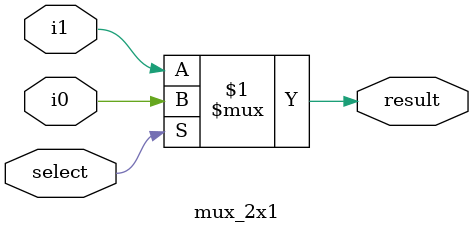
<source format=sv>
module mux_2x1(input i0,
               input i1,
               input select,
               output result
              );
  assign result= select ? i0 : i1;
endmodule
</source>
